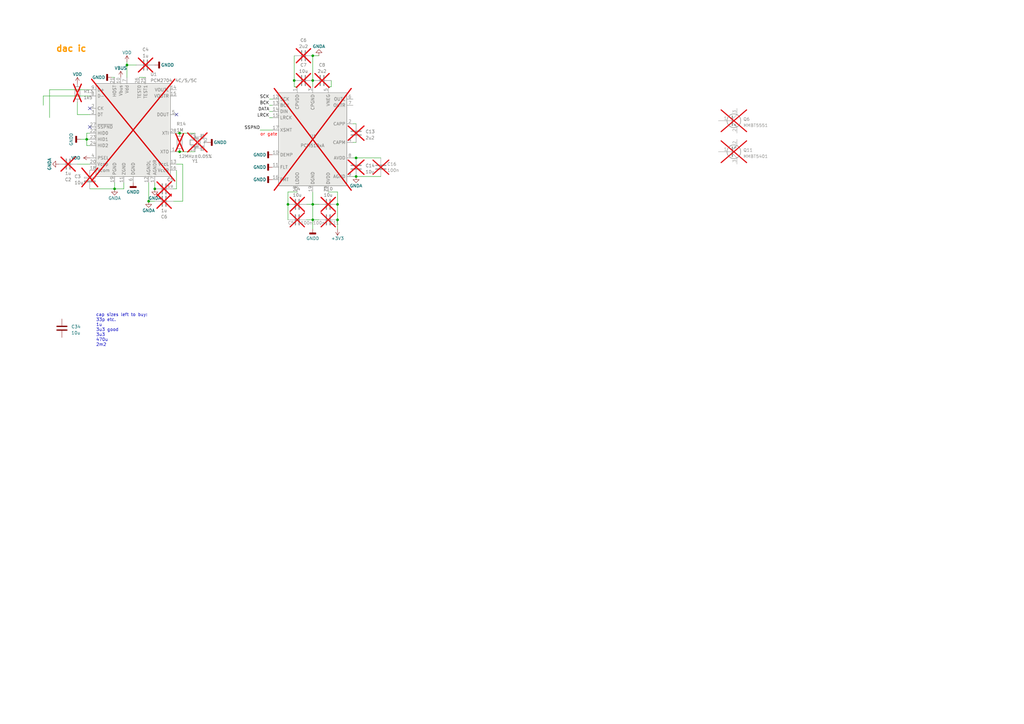
<source format=kicad_sch>
(kicad_sch (version 20230121) (generator eeschema)
  (paper "A3")
  (title_block (title "Test") (date "2023-05-25") (rev "1") (company "Author: Jona Heinke") (comment 1 "License: MIT License"))
  (lib_symbols
    (symbol "Device:C" (pin_numbers hide) (pin_names (offset 0.254))
      (property "Reference" "C" (at 0.635 2.54 0))
      (property "Value" "C" (at 0.635 -2.54 0))
      (symbol "C_0_1"
        (polyline (pts (xy -2.032 -0.762) (xy 2.032 -0.762)) (stroke (width 0.508)))
        (polyline (pts (xy -2.032 0.762) (xy 2.032 0.762)) (stroke (width 0.508)))
      )
      (symbol "C_1_1"
        (pin passive line (at 0 3.81 270) (length 2.794) (name "~") (number "1"))
        (pin passive line (at 0 -3.81 90) (length 2.794) (name "~") (number "2"))
      )
    )
    (symbol "Device:C_Polarized" (pin_numbers hide) (pin_names (offset 0.254))
      (property "Reference" "C" (at 0.635 2.54 0))
      (property "Value" "C_Polarized" (at 0.635 -2.54 0))
      (symbol "C_Polarized_0_1"
        (rectangle (start -2.286 0.508) (end 2.286 1.016))
        (polyline (pts (xy -1.778 2.286) (xy -0.762 2.286)))
        (polyline (pts (xy -1.27 2.794) (xy -1.27 1.778)))
        (rectangle (start 2.286 -0.508) (end -2.286 -1.016) (fill (type outline)))
      )
      (symbol "C_Polarized_1_1"
        (pin passive line (at 0 3.81 270) (length 2.794) (name "~") (number "1"))
        (pin passive line (at 0 -3.81 90) (length 2.794) (name "~") (number "2"))
      )
    )
    (symbol "Device:Q_NPN_BEC" (pin_names (offset 0) hide)
      (property "Reference" "Q" (at 5.08 1.27 0))
      (property "Value" "Q_NPN_BEC" (at 5.08 -1.27 0))
      (symbol "Q_NPN_BEC_0_1"
        (polyline (pts (xy 0.635 0.635) (xy 2.54 2.54)))
        (polyline (pts (xy 0.635 -0.635) (xy 2.54 -2.54) (xy 2.54 -2.54)))
        (polyline (pts (xy 0.635 1.905) (xy 0.635 -1.905) (xy 0.635 -1.905)) (stroke (width 0.508)))
        (polyline (pts (xy 1.27 -1.778) (xy 1.778 -1.27) (xy 2.286 -2.286) (xy 1.27 -1.778) (xy 1.27 -1.778)) (fill (type outline)))
        (circle (center 1.27 0) (radius 2.8194) (stroke (width 0.254)))
      )
      (symbol "Q_NPN_BEC_1_1"
        (pin input line (at -5.08 0 0) (length 5.715) (name "B") (number "1"))
        (pin passive line (at 2.54 -5.08 90) (length 2.54) (name "E") (number "2"))
        (pin passive line (at 2.54 5.08 270) (length 2.54) (name "C") (number "3"))
      )
    )
    (symbol "Device:Q_PNP_BEC" (pin_names (offset 0) hide)
      (property "Reference" "Q" (at 5.08 1.27 0))
      (property "Value" "Q_PNP_BEC" (at 5.08 -1.27 0))
      (symbol "Q_PNP_BEC_0_1"
        (polyline (pts (xy 0.635 0.635) (xy 2.54 2.54)))
        (polyline (pts (xy 0.635 -0.635) (xy 2.54 -2.54) (xy 2.54 -2.54)))
        (polyline (pts (xy 0.635 1.905) (xy 0.635 -1.905) (xy 0.635 -1.905)) (stroke (width 0.508)))
        (polyline (pts (xy 2.286 -1.778) (xy 1.778 -2.286) (xy 1.27 -1.27) (xy 2.286 -1.778) (xy 2.286 -1.778)) (fill (type outline)))
        (circle (center 1.27 0) (radius 2.8194) (stroke (width 0.254)))
      )
      (symbol "Q_PNP_BEC_1_1"
        (pin input line (at -5.08 0 0) (length 5.715) (name "B") (number "1"))
        (pin passive line (at 2.54 -5.08 90) (length 2.54) (name "E") (number "2"))
        (pin passive line (at 2.54 5.08 270) (length 2.54) (name "C") (number "3"))
      )
    )
    (symbol "Device:R" (pin_numbers hide) (pin_names (offset 0))
      (property "Reference" "R" (at 2.032 0 90))
      (property "Value" "R" (at 0 0 90))
      (symbol "R_0_1"
        (rectangle (start -1.016 -2.54) (end 1.016 2.54) (stroke (width 0.254)))
      )
      (symbol "R_1_1"
        (pin passive line (at 0 3.81 270) (length 1.27) (name "~") (number "1"))
        (pin passive line (at 0 -3.81 90) (length 1.27) (name "~") (number "2"))
      )
    )
    (symbol "Device:Resonator" (pin_names (offset 1.016) hide)
      (property "Reference" "Y" (at 0 5.715 0))
      (property "Value" "Resonator" (at 0 3.81 0))
      (symbol "Resonator_0_1"
        (rectangle (start -3.429 -3.175) (end -1.397 -3.429) (fill (type outline)))
        (rectangle (start -3.429 -2.413) (end -1.397 -2.667) (fill (type outline)))
        (circle (center -2.413 0) (radius 0.254) (fill (type outline)))
        (rectangle (start -1.016 2.032) (end 1.016 -2.032) (stroke (width 0.3048)))
        (circle (center 0 -3.81) (radius 0.254) (fill (type outline)))
        (polyline (pts (xy -2.413 -2.413) (xy -2.413 0)))
        (polyline (pts (xy -1.905 0) (xy -3.175 0)))
        (polyline (pts (xy -1.778 -1.27) (xy -1.778 1.27)) (stroke (width 0.508)))
        (polyline (pts (xy 1.778 -1.27) (xy 1.778 1.27)) (stroke (width 0.508)))
        (polyline (pts (xy 1.905 0) (xy 2.54 0)))
        (polyline (pts (xy 2.413 0) (xy 2.413 -2.54)))
        (polyline (pts (xy 2.413 -3.302) (xy 2.413 -3.81) (xy -2.413 -3.81) (xy -2.413 -3.302)))
        (rectangle (start 1.397 -3.175) (end 3.429 -3.429) (fill (type outline)))
        (rectangle (start 1.397 -2.413) (end 3.429 -2.667) (fill (type outline)))
        (circle (center 2.413 0) (radius 0.254) (fill (type outline)))
      )
      (symbol "Resonator_1_1"
        (pin passive line (at -3.81 0 0) (length 1.27) (name "1") (number "1"))
        (pin passive line (at 0 -5.08 90) (length 1.27) (name "2") (number "2"))
        (pin passive line (at 3.81 0 180) (length 1.27) (name "3") (number "3"))
      )
    )
    (symbol "library:PCM2704/4C/5/5C"
      (property "Reference" "U" (at 0 2.54 0))
      (property "Value" "PCM2704/4C/5/5C" (at 0 0 0))
      (symbol "PCM2704/4C/5/5C_0_1"
        (rectangle (start -15.24 20.32) (end 15.24 -17.78) (stroke (width 0.254)) (fill (type background)))
      )
      (symbol "PCM2704/4C/5/5C_1_1"
        (pin output line (at 17.78 -7.62 180) (length 2.54) (name "XTO") (number "1"))
        (pin power_in line (at -5.08 22.86 270) (length 2.54) (name "Vbus") (number "10"))
        (pin power_in line (at -3.81 -20.32 90) (length 2.54) (name "ZGND") (number "11"))
        (pin power_in line (at 6.35 -20.32 90) (length 2.54) (name "AGNDL") (number "12"))
        (pin passive line (at 17.78 -12.7 180) (length 2.54) (name "VccL") (number "13"))
        (pin output line (at 17.78 17.78 180) (length 2.54) (name "VOUTL") (number "14"))
        (pin output line (at 17.78 15.24 180) (length 2.54) (name "VOUTR") (number "15"))
        (pin passive line (at 17.78 -15.24 180) (length 2.54) (name "VccR") (number "16"))
        (pin power_in line (at 8.89 -20.32 90) (length 2.54) (name "AGNDR") (number "17"))
        (pin passive line (at -17.78 -15.24 0) (length 2.54) (name "Vcom") (number "18"))
        (pin power_in line (at -7.62 -20.32 90) (length 2.54) (name "PGND") (number "19"))
        (pin output line (at -17.78 10.16 0) (length 2.54) (name "CK") (number "2"))
        (pin power_in line (at -17.78 -12.7 0) (length 2.54) (name "Vccp") (number "20"))
        (pin input line (at -7.62 22.86 270) (length 2.54) (name "HOST") (number "21"))
        (pin input line (at -17.78 0 0) (length 2.54) (name "HID0") (number "22"))
        (pin input line (at -17.78 -2.54 0) (length 2.54) (name "HID1") (number "23"))
        (pin input line (at -17.78 -5.08 0) (length 2.54) (name "HID2") (number "24"))
        (pin input line (at 5.08 22.86 270) (length 2.54) (name "TEST1") (number "25"))
        (pin input line (at 2.54 22.86 270) (length 2.54) (name "TEST0") (number "26"))
        (pin output line (at -17.78 2.54 0) (length 2.54) (name "~{SSPND}") (number "27"))
        (pin input line (at 17.78 0 180) (length 2.54) (name "XTI") (number "28"))
        (pin bidirectional line (at -17.78 7.62 0) (length 2.54) (name "DT") (number "3"))
        (pin input line (at -17.78 -10.16 0) (length 2.54) (name "PSEL") (number "4"))
        (pin output line (at 17.78 7.62 180) (length 2.54) (name "DOUT") (number "5"))
        (pin power_in line (at 0 -20.32 90) (length 2.54) (name "DGND") (number "6"))
        (pin power_in line (at -2.54 22.86 270) (length 2.54) (name "Vdd") (number "7"))
        (pin bidirectional line (at -17.78 15.24 0) (length 2.54) (name "D-") (number "8"))
        (pin bidirectional line (at -17.78 17.78 0) (length 2.54) (name "D+") (number "9"))
      )
    )
    (symbol "library:PCM510xA"
      (property "Reference" "U" (at 0 2.54 0))
      (property "Value" "PCM510xA" (at 0 0 0))
      (symbol "PCM510xA_0_1"
        (rectangle (start -13.97 20.32) (end 13.97 -17.78) (stroke (width 0.254)) (fill (type background)))
      )
      (symbol "PCM510xA_1_1"
        (pin power_in line (at -6.35 22.86 270) (length 2.54) (name "CPVDD") (number "1"))
        (pin input line (at -16.51 -5.08 0) (length 2.54) (name "DEMP") (number "10"))
        (pin input line (at -16.51 -10.16 0) (length 2.54) (name "FLT") (number "11"))
        (pin input line (at -16.51 17.78 0) (length 2.54) (name "SCK") (number "12"))
        (pin input line (at -16.51 15.24 0) (length 2.54) (name "BCK") (number "13"))
        (pin input line (at -16.51 12.7 0) (length 2.54) (name "DIN") (number "14"))
        (pin input line (at -16.51 10.16 0) (length 2.54) (name "LRCK") (number "15"))
        (pin input line (at -16.51 -15.24 0) (length 2.54) (name "FMT") (number "16"))
        (pin input line (at -16.51 5.08 0) (length 2.54) (name "XSMT") (number "17"))
        (pin power_in line (at -6.35 -20.32 90) (length 2.54) (name "LDOO") (number "18"))
        (pin power_in line (at 0 -20.32 90) (length 2.54) (name "DGND") (number "19"))
        (pin output line (at 16.51 7.62 180) (length 2.54) (name "CAPP") (number "2"))
        (pin power_in line (at 6.35 -20.32 90) (length 2.54) (name "DVDD") (number "20"))
        (pin power_in line (at 0 22.86 270) (length 2.54) (name "CPGND") (number "3"))
        (pin output line (at 16.51 0 180) (length 2.54) (name "CAPM") (number "4"))
        (pin output line (at 6.35 22.86 270) (length 2.54) (name "VNEG") (number "5"))
        (pin output line (at 16.51 17.78 180) (length 2.54) (name "OUTL") (number "6"))
        (pin output line (at 16.51 15.24 180) (length 2.54) (name "OUTR") (number "7"))
        (pin power_in line (at 16.51 -6.35 180) (length 2.54) (name "AVDD") (number "8"))
        (pin power_in line (at 16.51 -13.97 180) (length 2.54) (name "AGND") (number "9"))
      )
    )
    (symbol "power:+3V3" (power) (pin_names (offset 0))
      (property "Value" "+3V3" (at 0 3.556 0))
      (symbol "+3V3_0_1"
        (polyline (pts (xy -0.762 1.27) (xy 0 2.54)))
        (polyline (pts (xy 0 0) (xy 0 2.54)))
        (polyline (pts (xy 0 2.54) (xy 0.762 1.27)))
      )
      (symbol "+3V3_1_1"
        (pin power_in line (at 0 0 90) (length 0) hide (name "+3V3") (number "1"))
      )
    )
    (symbol "power:GNDA" (power) (pin_names (offset 0))
      (property "Value" "GNDA" (at 0 -3.81 0))
      (symbol "GNDA_0_1"
        (polyline (pts (xy 0 0) (xy 0 -1.27) (xy 1.27 -1.27) (xy 0 -2.54) (xy -1.27 -1.27) (xy 0 -1.27)))
      )
      (symbol "GNDA_1_1"
        (pin power_in line (at 0 0 270) (length 0) hide (name "GNDA") (number "1"))
      )
    )
    (symbol "power:GNDD" (power) (pin_names (offset 0))
      (property "Value" "GNDD" (at 0 -3.175 0))
      (symbol "GNDD_0_1"
        (rectangle (start -1.27 -1.524) (end 1.27 -2.032) (stroke (width 0.254)) (fill (type outline)))
        (polyline (pts (xy 0 0) (xy 0 -1.524)))
      )
      (symbol "GNDD_1_1"
        (pin power_in line (at 0 0 270) (length 0) hide (name "GNDD") (number "1"))
      )
    )
    (symbol "power:VBUS" (power) (pin_names (offset 0))
      (property "Value" "VBUS" (at 0 3.81 0))
      (symbol "VBUS_0_1"
        (polyline (pts (xy -0.762 1.27) (xy 0 2.54)))
        (polyline (pts (xy 0 0) (xy 0 2.54)))
        (polyline (pts (xy 0 2.54) (xy 0.762 1.27)))
      )
      (symbol "VBUS_1_1"
        (pin power_in line (at 0 0 90) (length 0) hide (name "VBUS") (number "1"))
      )
    )
    (symbol "power:VDD" (power) (pin_names (offset 0))
      (property "Value" "VDD" (at 0 3.81 0))
      (symbol "VDD_0_1"
        (polyline (pts (xy -0.762 1.27) (xy 0 2.54)))
        (polyline (pts (xy 0 0) (xy 0 2.54)))
        (polyline (pts (xy 0 2.54) (xy 0.762 1.27)))
      )
      (symbol "VDD_1_1"
        (pin power_in line (at 0 0 90) (length 0) hide (name "VDD") (number "1"))
      )
    )
  )
  (junction (at 120.65 33.02))
  (junction (at 138.43 90.17))
  (junction (at 128.27 22.86))
  (junction (at 52.07 26.67))
  (junction (at 128.27 83.82))
  (junction (at 138.43 83.82))
  (junction (at 46.99 77.47))
  (junction (at 146.05 72.39))
  (junction (at 60.96 82.55))
  (junction (at 73.66 62.23))
  (junction (at 128.27 90.17))
  (junction (at 35.56 57.15))
  (junction (at 63.5 77.47))
  (junction (at 118.11 83.82))
  (junction (at 73.66 54.61))
  (junction (at 128.27 33.02))
  (junction (at 146.05 64.77))
  (no_connect (at 36.83 52.07))
  (no_connect (at 72.39 46.99))
  (no_connect (at 36.83 44.45))
  (wire (pts (xy 31.75 46.99) (xy 36.83 46.99)))
  (wire (pts (xy 20.32 36.83) (xy 36.83 36.83)))
  (wire (pts (xy 46.99 74.93) (xy 46.99 77.47)))
  (wire (pts (xy 46.99 77.47) (xy 50.8 77.47)))
  (wire (pts (xy 73.66 54.61) (xy 80.01 54.61)))
  (wire (pts (xy 46.99 77.47) (xy 36.83 77.47)))
  (wire (pts (xy 74.93 82.55) (xy 74.93 67.31)))
  (wire (pts (xy 128.27 83.82) (xy 128.27 90.17)))
  (wire (pts (xy 125.73 90.17) (xy 128.27 90.17)))
  (wire (pts (xy 128.27 78.74) (xy 128.27 83.82)))
  (wire (pts (xy 33.02 57.15) (xy 35.56 57.15)))
  (wire (pts (xy 118.11 83.82) (xy 118.11 90.17)))
  (wire (pts (xy 120.65 22.86) (xy 120.65 33.02)))
  (wire (pts (xy 134.62 78.74) (xy 138.43 78.74)))
  (wire (pts (xy 17.78 43.18) (xy 17.78 39.37)))
  (wire (pts (xy 35.56 54.61) (xy 35.56 57.15)))
  (wire (pts (xy 52.07 26.67) (xy 52.07 31.75)))
  (wire (pts (xy 35.56 59.69) (xy 35.56 57.15)))
  (wire (pts (xy 73.66 62.23) (xy 80.01 62.23)))
  (wire (pts (xy 125.73 83.82) (xy 128.27 83.82)))
  (wire (pts (xy 121.92 35.56) (xy 120.65 35.56)))
  (wire (pts (xy 52.07 25.4) (xy 52.07 26.67)))
  (wire (pts (xy 110.49 48.26) (xy 111.76 48.26)))
  (wire (pts (xy 31.75 41.91) (xy 31.75 46.99)))
  (wire (pts (xy 144.78 50.8) (xy 146.05 50.8)))
  (wire (pts (xy 36.83 59.69) (xy 35.56 59.69)))
  (wire (pts (xy 146.05 64.77) (xy 156.21 64.77)))
  (wire (pts (xy 110.49 40.64) (xy 111.76 40.64)))
  (wire (pts (xy 50.8 74.93) (xy 50.8 77.47)))
  (wire (pts (xy 74.93 67.31) (xy 72.39 67.31)))
  (wire (pts (xy 135.89 33.02) (xy 135.89 35.56)))
  (wire (pts (xy 57.15 31.75) (xy 59.69 31.75)))
  (wire (pts (xy 35.56 57.15) (xy 36.83 57.15)))
  (wire (pts (xy 118.11 78.74) (xy 118.11 83.82)))
  (wire (pts (xy 144.78 64.77) (xy 146.05 64.77)))
  (wire (pts (xy 128.27 83.82) (xy 130.81 83.82)))
  (wire (pts (xy 17.78 39.37) (xy 36.83 39.37)))
  (wire (pts (xy 128.27 90.17) (xy 130.81 90.17)))
  (wire (pts (xy 71.12 77.47) (xy 72.39 77.47)))
  (wire (pts (xy 110.49 43.18) (xy 111.76 43.18)))
  (wire (pts (xy 72.39 77.47) (xy 72.39 69.85)))
  (wire (pts (xy 138.43 90.17) (xy 138.43 93.98)))
  (wire (pts (xy 106.68 53.34) (xy 111.76 53.34)))
  (wire (pts (xy 144.78 72.39) (xy 146.05 72.39)))
  (wire (pts (xy 72.39 54.61) (xy 73.66 54.61)))
  (wire (pts (xy 110.49 45.72) (xy 111.76 45.72)))
  (wire (pts (xy 128.27 22.86) (xy 130.81 22.86)))
  (wire (pts (xy 60.96 82.55) (xy 63.5 82.55)))
  (wire (pts (xy 31.75 67.31) (xy 36.83 67.31)))
  (wire (pts (xy 134.62 35.56) (xy 135.89 35.56)))
  (wire (pts (xy 120.65 33.02) (xy 120.65 35.56)))
  (wire (pts (xy 138.43 83.82) (xy 138.43 90.17)))
  (wire (pts (xy 71.12 82.55) (xy 74.93 82.55)))
  (wire (pts (xy 128.27 22.86) (xy 128.27 33.02)))
  (wire (pts (xy 72.39 62.23) (xy 73.66 62.23)))
  (wire (pts (xy 63.5 74.93) (xy 63.5 77.47)))
  (wire (pts (xy 36.83 54.61) (xy 35.56 54.61)))
  (wire (pts (xy 146.05 72.39) (xy 156.21 72.39)))
  (wire (pts (xy 144.78 58.42) (xy 146.05 58.42)))
  (wire (pts (xy 20.32 36.83) (xy 20.32 48.26)))
  (wire (pts (xy 60.96 74.93) (xy 60.96 82.55)))
  (wire (pts (xy 128.27 90.17) (xy 128.27 93.98)))
  (wire (pts (xy 138.43 78.74) (xy 138.43 83.82)))
  (wire (pts (xy 128.27 33.02) (xy 128.27 35.56)))
  (wire (pts (xy 118.11 78.74) (xy 121.92 78.74)))
  (wire (pts (xy 55.88 26.67) (xy 52.07 26.67)))
  (wire (pts (xy 45.72 31.75) (xy 46.99 31.75)))
  (text "cap sizes left to buy:\n33p etc.\n1u\n3u3 good\n3u3\n470u\n2m2" (at 39.37 142.24 0) (effects (font (size 1.27 1.27)) (justify left bottom)))
  (text "or gate" (at 106.68 55.88 0) (effects (font (size 1.27 1.27)) (justify left bottom)))
  (text "dac ic" (at 22.86 21.59 0) (effects (font (size 2.54 2.54) (thickness 0.508) bold) (justify left bottom)))
  (label "SCK" (at 110.49 40.64 180))
  (label "DATA" (at 110.49 45.72 180))
  (label "LRCK" (at 110.49 48.26 180))
  (label "BCK" (at 110.49 43.18 180))
  (label "SSPND" (at 106.68 53.34 180))
  (symbol (lib_id "power:GNDD") (at 45.72 31.75 270) (unit 1)
    (property "Reference" "#PWR029" (effects hide))
    (property "Value" "GNDD" (at 43.18 31.75 90) (effects (justify right)))
    (instances (project "dac" (path "" (reference "#PWR029") (unit 1)) (path "" (reference "#PWR084") (unit 1))))
  )
  (symbol (lib_id "Device:C") (at 124.46 33.02 90) (unit 1) (in_bom no) (on_board no) (dnp yes)
    (property "Reference" "C7" (at 124.46 26.67 90))
    (property "Value" "10u" (at 124.46 29.21 90))
    (property "Footprint" "Capacitor_SMD:C_1206_3216Metric_Pad1.33x1.80mm_HandSolder" (effects hide))
    (property "Datasheet" "https://media.digikey.com/pdf/Data%20Sheets/Samsung%20PDFs/CL31B106KAHNFNE_Spec.pdf" (effects hide))
    (property "Digikey" "1276-3100-1-ND" (effects hide))
    (instances (project "dac" (path "" (reference "C7") (unit 1)) (path "" (reference "C43") (unit 1))))
  )
  (symbol (lib_id "Device:Q_PNP_BEC") (at 299.72 62.23 0) (mirror x) (unit 1) (in_bom no) (on_board no) (dnp yes)
    (property "Reference" "Q11" (at 304.8 61.595 0) (effects (justify left)))
    (property "Value" "MMBT5401" (at 304.8 64.135 0) (effects (justify left)))
    (property "Footprint" "Package_TO_SOT_SMD:SOT-23-3" (effects hide))
    (property "Datasheet" "https://www.diodes.com/assets/Datasheets/ds30057.pdf" (effects hide))
    (property "Digikey" "MMBT5401-FDICT-ND" (effects hide))
    (instances (project "dac" (path "" (reference "Q11") (unit 1)) (path "" (reference "Q22") (unit 1))))
  )
  (symbol (lib_id "power:GNDA") (at 130.81 22.86 180) (unit 1)
    (property "Reference" "#PWR014" (effects hide))
    (property "Value" "GNDA" (at 130.81 19.05 0))
    (instances (project "dac" (path "" (reference "#PWR014") (unit 1)) (path "" (reference "#PWR097") (unit 1))))
  )
  (symbol (lib_id "power:VDD") (at 52.07 25.4 0) (unit 1)
    (property "Reference" "#PWR032" (effects hide))
    (property "Value" "VDD" (at 52.07 21.59 0))
    (instances (project "dac" (path "" (reference "#PWR032") (unit 1)) (path "" (reference "#PWR087") (unit 1))))
  )
  (symbol (lib_id "Device:C") (at 124.46 22.86 90) (unit 1) (in_bom no) (on_board no) (dnp yes)
    (property "Reference" "C6" (at 124.46 16.51 90))
    (property "Value" "2u2" (at 124.46 19.05 90))
    (property "Footprint" "Capacitor_SMD:C_1206_3216Metric_Pad1.33x1.80mm_HandSolder" (effects hide))
    (instances (project "dac" (path "" (reference "C6") (unit 1)) (path "" (reference "C42") (unit 1))))
  )
  (symbol (lib_id "Device:C") (at 67.31 82.55 90) (mirror x) (unit 1) (in_bom no) (on_board no) (dnp yes)
    (property "Reference" "C6" (at 67.31 88.9 90))
    (property "Value" "1u" (at 67.31 86.36 90))
    (property "Footprint" "Capacitor_SMD:C_0805_2012Metric_Pad1.18x1.45mm_HandSolder" (effects hide))
    (instances (project "dac" (path "" (reference "C6") (unit 1)) (path "" (reference "C39") (unit 1))))
  )
  (symbol (lib_id "Device:Q_NPN_BEC") (at 299.72 49.53 0) (unit 1) (in_bom no) (on_board no) (dnp yes)
    (property "Reference" "Q6" (at 304.8 48.895 0) (effects (justify left)))
    (property "Value" "MMBT5551" (at 304.8 51.435 0) (effects (justify left)))
    (property "Footprint" "Package_TO_SOT_SMD:SOT-23-3" (effects hide))
    (property "Datasheet" "https://www.diodes.com/assets/Datasheets/MMBT5551.pdf" (effects hide))
    (property "Digikey" "MMBT5551-FDICT-ND" (effects hide))
    (instances (project "dac" (path "" (reference "Q6") (unit 1)) (path "" (reference "Q21") (unit 1))))
  )
  (symbol (lib_id "Device:C") (at 121.92 90.17 270) (mirror x) (unit 1) (in_bom no) (on_board no) (dnp yes)
    (property "Reference" "C5" (at 119.38 91.44 90))
    (property "Value" "100n" (at 125.73 91.44 90))
    (property "Footprint" "Capacitor_SMD:C_1206_3216Metric_Pad1.33x1.80mm_HandSolder" (effects hide))
    (instances (project "dac" (path "" (reference "C5") (unit 1)) (path "" (reference "C41") (unit 1))))
  )
  (symbol (lib_id "power:GNDD") (at 111.76 68.58 270) (mirror x) (unit 1)
    (property "Reference" "#PWR06" (effects hide))
    (property "Value" "GNDD" (at 109.22 68.58 90) (effects (justify right)))
    (instances (project "dac" (path "" (reference "#PWR06") (unit 1)) (path "" (reference "#PWR094") (unit 1))))
  )
  (symbol (lib_id "Device:C") (at 25.4 134.62 0) (unit 1)
    (property "Reference" "C34" (at 29.21 133.985 0) (effects (justify left)))
    (property "Value" "10u" (at 29.21 136.525 0) (effects (justify left)))
    (property "Digikey" "490-16957-1-ND" (effects hide))
  )
  (symbol (lib_id "Device:C_Polarized") (at 36.83 73.66 0) (unit 1) (in_bom no) (on_board no) (dnp yes)
    (property "Reference" "C3" (at 30.48 72.39 0) (effects (justify left)))
    (property "Value" "10u" (at 30.48 74.93 0) (effects (justify left)))
    (instances (project "dac" (path "" (reference "C3") (unit 1)) (path "" (reference "C36") (unit 1))))
  )
  (symbol (lib_id "Device:C") (at 146.05 54.61 0) (unit 1) (in_bom no) (on_board no) (dnp yes)
    (property "Reference" "C13" (at 149.86 53.975 0) (effects (justify left)))
    (property "Value" "2u2" (at 149.86 56.515 0) (effects (justify left)))
    (property "Footprint" "Capacitor_SMD:C_1206_3216Metric_Pad1.33x1.80mm_HandSolder" (effects hide))
    (instances (project "dac" (path "" (reference "C13") (unit 1)) (path "" (reference "C47") (unit 1))))
  )
  (symbol (lib_id "power:GNDD") (at 33.02 57.15 270) (unit 1)
    (property "Reference" "#PWR027" (effects hide))
    (property "Value" "GNDD" (at 29.21 57.15 0))
    (instances (project "dac" (path "" (reference "#PWR027") (unit 1)) (path "" (reference "#PWR082") (unit 1))))
  )
  (symbol (lib_id "power:GNDA") (at 146.05 72.39 0) (unit 1)
    (property "Reference" "#PWR018" (effects hide))
    (property "Value" "GNDA" (at 146.05 76.2 0))
    (instances (project "dac" (path "" (reference "#PWR018") (unit 1)) (path "" (reference "#PWR099") (unit 1))))
  )
  (symbol (lib_id "power:VDD") (at 31.75 34.29 0) (unit 1)
    (property "Reference" "#PWR026" (effects hide))
    (property "Value" "VDD" (at 31.75 30.48 0))
    (instances (project "dac" (path "" (reference "#PWR026") (unit 1)) (path "" (reference "#PWR081") (unit 1))))
  )
  (symbol (lib_id "Device:C") (at 67.31 77.47 90) (unit 1) (in_bom no) (on_board no) (dnp yes)
    (property "Reference" "C5" (at 69.85 73.66 90))
    (property "Value" "1u" (at 69.85 76.2 90))
    (property "Footprint" "Capacitor_SMD:C_0805_2012Metric_Pad1.18x1.45mm_HandSolder" (effects hide))
    (instances (project "dac" (path "" (reference "C5") (unit 1)) (path "" (reference "C38") (unit 1))))
  )
  (symbol (lib_id "Device:C") (at 27.94 67.31 90) (mirror x) (unit 1) (in_bom no) (on_board no) (dnp yes)
    (property "Reference" "C2" (at 27.94 73.66 90))
    (property "Value" "1u" (at 27.94 71.12 90))
    (property "Footprint" "Capacitor_SMD:C_0805_2012Metric_Pad1.18x1.45mm_HandSolder" (effects hide))
    (instances (project "dac" (path "" (reference "C2") (unit 1)) (path "" (reference "C35") (unit 1))))
  )
  (symbol (lib_id "power:GNDD") (at 128.27 93.98 0) (mirror y) (unit 1)
    (property "Reference" "#PWR012" (effects hide))
    (property "Value" "GNDD" (at 128.27 97.79 0))
    (instances (project "dac" (path "" (reference "#PWR012") (unit 1)) (path "" (reference "#PWR096") (unit 1))))
  )
  (symbol (lib_id "Device:C") (at 146.05 68.58 0) (unit 1) (in_bom no) (on_board no) (dnp yes)
    (property "Reference" "C14" (at 149.86 67.945 0) (effects (justify left)))
    (property "Value" "10u" (at 149.86 70.485 0) (effects (justify left)))
    (property "Footprint" "Capacitor_SMD:C_1206_3216Metric_Pad1.33x1.80mm_HandSolder" (effects hide))
    (property "Datasheet" "https://media.digikey.com/pdf/Data%20Sheets/Samsung%20PDFs/CL31B106KAHNFNE_Spec.pdf" (effects hide))
    (property "Digikey" "1276-3100-1-ND" (effects hide))
    (instances (project "dac" (path "" (reference "C14") (unit 1)) (path "" (reference "C48") (unit 1))))
  )
  (symbol (lib_id "power:GNDD") (at 85.09 58.42 90) (unit 1)
    (property "Reference" "#PWR037" (effects hide))
    (property "Value" "GNDD" (at 87.63 58.42 90) (effects (justify right)))
    (instances (project "dac" (path "" (reference "#PWR037") (unit 1)) (path "" (reference "#PWR092") (unit 1))))
  )
  (symbol (lib_id "Device:Resonator") (at 80.01 58.42 90) (unit 1) (in_bom no) (on_board no) (dnp yes)
    (property "Reference" "Y1" (at 81.28 66.04 90) (effects (justify left)))
    (property "Value" "12MHz±0.05%" (at 86.995 64.135 90) (effects (justify left)))
    (property "Digikey" "490-17947-1-ND" (effects hide))
  )
  (symbol (lib_id "library:PCM2704/4C/5/5C") (at 54.61 54.61 0) (unit 1) (in_bom no) (on_board no) (dnp yes)
    (property "Reference" "U1" (at 61.6459 30.48 0) (effects (justify left)))
    (property "Value" "PCM2704/4C/5/5C" (at 61.6459 33.02 0) (effects (justify left)))
    (property "Footprint" "Package_SO:SSOP-28_5.3x10.2mm_P0.65mm" (effects hide))
    (property "Datasheet" "https://www.ti.com/lit/ds/symlink/pcm2704c.pdf" (effects hide))
    (property "Digikey" "296-29561-1-ND" (effects hide))
    (instances (project "dac" (path "" (reference "U1") (unit 1)) (path "" (reference "U2") (unit 1))))
  )
  (symbol (lib_id "power:VBUS") (at 49.53 31.75 0) (unit 1)
    (property "Reference" "#PWR031" (effects hide))
    (property "Value" "VBUS" (at 49.53 27.94 0))
    (instances (project "dac" (path "" (reference "#PWR031") (unit 1)) (path "" (reference "#PWR086") (unit 1))))
  )
  (symbol (lib_id "Device:R") (at 31.75 38.1 180) (unit 1) (in_bom no) (on_board no) (dnp yes)
    (property "Reference" "R13" (at 34.29 37.465 0) (effects (justify right)))
    (property "Value" "1k5" (at 34.29 40.005 0) (effects (justify right)))
    (property "Footprint" "Resistor_SMD:R_0805_2012Metric_Pad1.20x1.40mm_HandSolder" (effects hide))
    (instances (project "dac" (path "" (reference "R13") (unit 1)) (path "" (reference "R61") (unit 1))))
  )
  (symbol (lib_id "Device:C") (at 134.62 90.17 90) (unit 1) (in_bom no) (on_board no) (dnp yes)
    (property "Reference" "C11" (at 137.16 91.44 90))
    (property "Value" "100n" (at 130.81 91.44 90))
    (property "Footprint" "Capacitor_SMD:C_1206_3216Metric_Pad1.33x1.80mm_HandSolder" (effects hide))
    (instances (project "dac" (path "" (reference "C11") (unit 1)) (path "" (reference "C46") (unit 1))))
  )
  (symbol (lib_id "Device:C") (at 156.21 68.58 0) (unit 1) (in_bom no) (on_board no) (dnp yes)
    (property "Reference" "C16" (at 158.75 67.31 0) (effects (justify left)))
    (property "Value" "100n" (at 158.75 69.85 0) (effects (justify left)))
    (property "Footprint" "Capacitor_SMD:C_1206_3216Metric_Pad1.33x1.80mm_HandSolder" (effects hide))
    (instances (project "dac" (path "" (reference "C16") (unit 1)) (path "" (reference "C49") (unit 1))))
  )
  (symbol (lib_id "power:+3V3") (at 138.43 93.98 180) (unit 1)
    (property "Reference" "#PWR016" (effects hide))
    (property "Value" "+3V3" (at 138.43 97.79 0))
    (instances (project "dac" (path "" (reference "#PWR016") (unit 1)) (path "" (reference "#PWR098") (unit 1))))
  )
  (symbol (lib_id "power:GNDD") (at 54.61 74.93 0) (unit 1)
    (property "Reference" "#PWR033" (effects hide))
    (property "Value" "GNDD" (at 54.61 78.74 0))
    (instances (project "dac" (path "" (reference "#PWR033") (unit 1)) (path "" (reference "#PWR088") (unit 1))))
  )
  (symbol (lib_id "power:GNDD") (at 63.5 26.67 90) (unit 1)
    (property "Reference" "#PWR035" (effects hide))
    (property "Value" "GNDD" (at 66.04 26.67 90) (effects (justify right)))
    (instances (project "dac" (path "" (reference "#PWR035") (unit 1)) (path "" (reference "#PWR090") (unit 1))))
  )
  (symbol (lib_id "Device:C") (at 121.92 83.82 90) (unit 1) (in_bom no) (on_board no) (dnp yes)
    (property "Reference" "C4" (at 121.92 77.47 90))
    (property "Value" "10u" (at 121.92 80.01 90))
    (property "Footprint" "Capacitor_SMD:C_1206_3216Metric_Pad1.33x1.80mm_HandSolder" (effects hide))
    (property "Datasheet" "https://media.digikey.com/pdf/Data%20Sheets/Samsung%20PDFs/CL31B106KAHNFNE_Spec.pdf" (effects hide))
    (property "Digikey" "1276-3100-1-ND" (effects hide))
    (instances (project "dac" (path "" (reference "C4") (unit 1)) (path "" (reference "C40") (unit 1))))
  )
  (symbol (lib_id "power:GNDA") (at 46.99 77.47 0) (unit 1)
    (property "Reference" "#PWR030" (effects hide))
    (property "Value" "GNDA" (at 46.99 81.28 0))
    (instances (project "dac" (path "" (reference "#PWR030") (unit 1)) (path "" (reference "#PWR085") (unit 1))))
  )
  (symbol (lib_id "power:GNDA") (at 24.13 67.31 270) (unit 1)
    (property "Reference" "#PWR025" (effects hide))
    (property "Value" "GNDA" (at 20.32 67.31 0))
    (instances (project "dac" (path "" (reference "#PWR025") (unit 1)) (path "" (reference "#PWR080") (unit 1))))
  )
  (symbol (lib_id "power:GNDA") (at 63.5 77.47 0) (unit 1)
    (property "Reference" "#PWR036" (effects hide))
    (property "Value" "GNDA" (at 63.5 81.28 0))
    (instances (project "dac" (path "" (reference "#PWR036") (unit 1)) (path "" (reference "#PWR091") (unit 1))))
  )
  (symbol (lib_id "power:GNDD") (at 111.76 73.66 270) (mirror x) (unit 1)
    (property "Reference" "#PWR07" (effects hide))
    (property "Value" "GNDD" (at 109.22 73.66 90) (effects (justify right)))
    (instances (project "dac" (path "" (reference "#PWR07") (unit 1)) (path "" (reference "#PWR095") (unit 1))))
  )
  (symbol (lib_id "library:PCM510xA") (at 128.27 58.42 0) (unit 1) (in_bom no) (on_board no) (dnp yes)
    (property "Reference" "U1" (at 127 55.88 0) (effects (justify left)))
    (property "Value" "PCM510xA" (at 123.19 59.69 0) (effects (justify left)))
    (property "Footprint" "Package_SO:TSSOP-20_4.4x6.5mm_P0.65mm" (effects hide))
    (instances (project "dac" (path "" (reference "U1") (unit 1)) (path "" (reference "U3") (unit 1))))
  )
  (symbol (lib_id "power:GNDA") (at 60.96 82.55 0) (unit 1)
    (property "Reference" "#PWR034" (effects hide))
    (property "Value" "GNDA" (at 60.96 86.36 0))
    (instances (project "dac" (path "" (reference "#PWR034") (unit 1)) (path "" (reference "#PWR089") (unit 1))))
  )
  (symbol (lib_id "Device:C") (at 132.08 33.02 90) (unit 1) (in_bom no) (on_board no) (dnp yes)
    (property "Reference" "C8" (at 132.08 26.67 90))
    (property "Value" "2u2" (at 132.08 29.21 90))
    (property "Footprint" "Capacitor_SMD:C_1206_3216Metric_Pad1.33x1.80mm_HandSolder" (effects hide))
    (instances (project "dac" (path "" (reference "C8") (unit 1)) (path "" (reference "C44") (unit 1))))
  )
  (symbol (lib_id "power:GNDD") (at 111.76 63.5 270) (mirror x) (unit 1)
    (property "Reference" "#PWR05" (effects hide))
    (property "Value" "GNDD" (at 109.22 63.5 90) (effects (justify right)))
    (instances (project "dac" (path "" (reference "#PWR05") (unit 1)) (path "" (reference "#PWR093") (unit 1))))
  )
  (symbol (lib_id "power:VDD") (at 36.83 64.77 90) (unit 1)
    (property "Reference" "#PWR028" (effects hide))
    (property "Value" "VDD" (at 33.02 64.77 90) (effects (justify left)))
    (instances (project "dac" (path "" (reference "#PWR028") (unit 1)) (path "" (reference "#PWR083") (unit 1))))
  )
  (symbol (lib_id "Device:R") (at 73.66 58.42 0) (unit 1) (in_bom no) (on_board no) (dnp yes)
    (property "Reference" "R14" (at 72.39 50.8 0) (effects (justify left)))
    (property "Value" "1M" (at 72.39 53.34 0) (effects (justify left)))
    (property "Footprint" "Resistor_SMD:R_0805_2012Metric_Pad1.20x1.40mm_HandSolder" (effects hide))
    (instances (project "dac" (path "" (reference "R14") (unit 1)) (path "" (reference "R62") (unit 1))))
  )
  (symbol (lib_id "Device:C") (at 134.62 83.82 90) (unit 1) (in_bom no) (on_board no) (dnp yes)
    (property "Reference" "C10" (at 134.62 77.47 90))
    (property "Value" "10u" (at 134.62 80.01 90))
    (property "Footprint" "Capacitor_SMD:C_1206_3216Metric_Pad1.33x1.80mm_HandSolder" (effects hide))
    (property "Datasheet" "https://media.digikey.com/pdf/Data%20Sheets/Samsung%20PDFs/CL31B106KAHNFNE_Spec.pdf" (effects hide))
    (property "Digikey" "1276-3100-1-ND" (effects hide))
    (instances (project "dac" (path "" (reference "C10") (unit 1)) (path "" (reference "C45") (unit 1))))
  )
  (symbol (lib_id "Device:C") (at 59.69 26.67 90) (unit 1) (in_bom no) (on_board no) (dnp yes)
    (property "Reference" "C4" (at 59.69 20.32 90))
    (property "Value" "1u" (at 59.69 22.86 90))
    (property "Footprint" "Capacitor_SMD:C_0805_2012Metric_Pad1.18x1.45mm_HandSolder" (effects hide))
    (instances (project "dac" (path "" (reference "C4") (unit 1)) (path "" (reference "C37") (unit 1))))
  )
)
</source>
